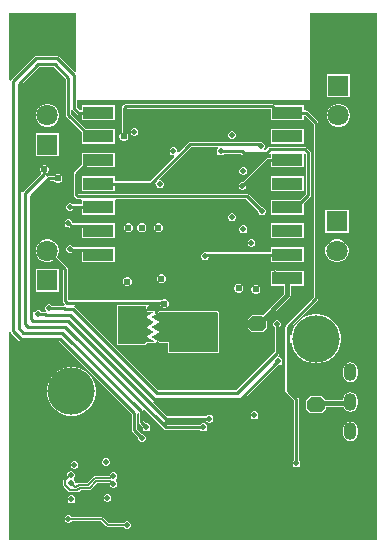
<source format=gbl>
G04*
G04 #@! TF.GenerationSoftware,Altium Limited,Altium Designer,23.4.1 (23)*
G04*
G04 Layer_Physical_Order=4*
G04 Layer_Color=16711680*
%FSLAX25Y25*%
%MOIN*%
G70*
G04*
G04 #@! TF.SameCoordinates,D0A82AA9-F4A3-43A1-B343-99984006E8F9*
G04*
G04*
G04 #@! TF.FilePolarity,Positive*
G04*
G01*
G75*
%ADD15C,0.01000*%
%ADD18C,0.00600*%
%ADD77C,0.01500*%
%ADD78C,0.00546*%
%ADD79C,0.07087*%
%ADD80R,0.07087X0.07087*%
%ADD81O,0.10236X0.04331*%
%ADD82O,0.08268X0.04331*%
%ADD83O,0.04331X0.05906*%
%ADD84C,0.15748*%
%ADD85C,0.01968*%
%ADD86C,0.02000*%
%ADD87C,0.02400*%
%ADD89R,0.10236X0.04331*%
G04:AMPARAMS|DCode=90|XSize=50mil|YSize=60mil|CornerRadius=0mil|HoleSize=0mil|Usage=FLASHONLY|Rotation=90.000|XOffset=0mil|YOffset=0mil|HoleType=Round|Shape=Octagon|*
%AMOCTAGOND90*
4,1,8,-0.03000,-0.01250,-0.03000,0.01250,-0.01750,0.02500,0.01750,0.02500,0.03000,0.01250,0.03000,-0.01250,0.01750,-0.02500,-0.01750,-0.02500,-0.03000,-0.01250,0.0*
%
%ADD90OCTAGOND90*%

%ADD91R,0.03937X0.09843*%
%ADD92R,0.11811X0.04921*%
G36*
X26000Y158635D02*
X25538Y158444D01*
X20405Y163577D01*
X20141Y163754D01*
X19828Y163816D01*
X19828Y163816D01*
X12672D01*
X12359Y163754D01*
X12095Y163577D01*
X12095Y163577D01*
X4423Y155905D01*
X4246Y155641D01*
X4240Y155608D01*
X3740Y155658D01*
Y177980D01*
X26000D01*
Y158635D01*
D02*
G37*
G36*
X126480Y2520D02*
X3740D01*
Y71842D01*
X4240Y71891D01*
X4246Y71859D01*
X4423Y71595D01*
X7095Y68923D01*
X7359Y68746D01*
X7672Y68684D01*
X7672Y68684D01*
X20334D01*
X44684Y44334D01*
Y39000D01*
X44684Y39000D01*
X44746Y38688D01*
X44923Y38423D01*
X46700Y36647D01*
Y36241D01*
X46898Y35764D01*
X47264Y35398D01*
X47741Y35200D01*
X48259D01*
X48736Y35398D01*
X49102Y35764D01*
X49300Y36241D01*
Y36759D01*
X49102Y37236D01*
X48736Y37602D01*
X48259Y37800D01*
X47853D01*
X46316Y39338D01*
Y44360D01*
X46816Y44660D01*
X46848Y44642D01*
Y41836D01*
X46848Y41836D01*
X46911Y41524D01*
X47087Y41259D01*
X48200Y40146D01*
Y39741D01*
X48398Y39264D01*
X48764Y38898D01*
X49241Y38700D01*
X49759D01*
X50236Y38898D01*
X50602Y39264D01*
X50800Y39741D01*
Y40259D01*
X50602Y40736D01*
X50236Y41102D01*
X49759Y41300D01*
X49354D01*
X48480Y42174D01*
Y45336D01*
X48480Y45336D01*
X48418Y45648D01*
X48270Y45870D01*
X48658Y46189D01*
X55423Y39423D01*
X55423Y39423D01*
X55688Y39246D01*
X56000Y39184D01*
X67477D01*
X67764Y38898D01*
X68241Y38700D01*
X68759D01*
X69236Y38898D01*
X69602Y39264D01*
X69800Y39741D01*
Y40259D01*
X69602Y40736D01*
X69236Y41102D01*
X68759Y41300D01*
X68241D01*
X67764Y41102D01*
X67477Y40816D01*
X56338D01*
X55479Y41675D01*
X55762Y42098D01*
X55952Y42061D01*
X55952Y42061D01*
X69477D01*
X69764Y41774D01*
X70241Y41576D01*
X70759D01*
X71236Y41774D01*
X71602Y42140D01*
X71800Y42618D01*
Y43135D01*
X71602Y43613D01*
X71236Y43978D01*
X70759Y44176D01*
X70241D01*
X69764Y43978D01*
X69477Y43692D01*
X56290D01*
X51760Y48222D01*
X51995Y48674D01*
X52005Y48684D01*
X81000D01*
X81000Y48684D01*
X81312Y48746D01*
X81577Y48923D01*
X93353Y60700D01*
X93759D01*
X94236Y60898D01*
X94602Y61264D01*
X94800Y61741D01*
Y62259D01*
X94602Y62736D01*
X94236Y63102D01*
X93759Y63300D01*
X93408D01*
X93172Y63771D01*
X93577Y64176D01*
X93577Y64176D01*
X93754Y64441D01*
X93816Y64753D01*
Y73477D01*
X94102Y73764D01*
X94300Y74241D01*
Y74759D01*
X94102Y75236D01*
X93736Y75602D01*
X93259Y75800D01*
X92741D01*
X92264Y75602D01*
X91898Y75236D01*
X91700Y74759D01*
Y74241D01*
X91898Y73764D01*
X92184Y73477D01*
Y65091D01*
X79409Y52316D01*
X53338D01*
X25577Y80077D01*
X25416Y80184D01*
X25515Y80684D01*
X39552D01*
X39675Y80500D01*
Y67779D01*
X39770Y67549D01*
X40000Y67454D01*
X48731D01*
X48961Y67549D01*
X49666Y68254D01*
X52362Y68254D01*
X52362Y68254D01*
X52409Y68274D01*
X52460Y68269D01*
X52520Y68319D01*
X52592Y68349D01*
X52611Y68396D01*
X52650Y68429D01*
X52878Y68585D01*
X53130Y68674D01*
X53156Y68676D01*
X53732Y68377D01*
X53732Y68279D01*
X54051Y68252D01*
X54091Y68268D01*
X54149Y68267D01*
X54163Y68279D01*
X56675D01*
Y65000D01*
X56770Y64770D01*
X57000Y64675D01*
X73500D01*
X73730Y64770D01*
X73825Y65000D01*
Y78000D01*
X73730Y78230D01*
X73230Y78730D01*
X73000Y78825D01*
X57000D01*
X56770Y78730D01*
X56767Y78721D01*
X54232D01*
X54150Y78721D01*
X54130Y78736D01*
X54079Y78734D01*
X54051Y78746D01*
X53732Y78721D01*
Y78608D01*
X52612Y77936D01*
X52247Y78271D01*
X52299Y78340D01*
X52293Y78382D01*
X52309Y78421D01*
X52276Y78501D01*
X52264Y78586D01*
X52230Y78611D01*
X52214Y78651D01*
X52135Y78684D01*
X52066Y78736D01*
X52024Y78730D01*
X51984Y78746D01*
X51984Y78746D01*
X51981Y78746D01*
X49828D01*
X49824Y80184D01*
X50228Y80662D01*
X50285Y80684D01*
X54111D01*
X54228Y80402D01*
X54650Y79980D01*
X55202Y79752D01*
X55798D01*
X56350Y79980D01*
X56772Y80402D01*
X57000Y80954D01*
Y81550D01*
X56772Y82102D01*
X56350Y82524D01*
X55798Y82752D01*
X55202D01*
X54650Y82524D01*
X54442Y82316D01*
X23424D01*
X23316Y82424D01*
Y92830D01*
X23254Y93142D01*
X23077Y93407D01*
X23077Y93407D01*
X19681Y96803D01*
X20026Y97401D01*
X20288Y98379D01*
Y99391D01*
X20026Y100368D01*
X19520Y101245D01*
X18805Y101960D01*
X17928Y102466D01*
X16951Y102728D01*
X15939D01*
X14961Y102466D01*
X14085Y101960D01*
X13370Y101245D01*
X12864Y100368D01*
X12602Y99391D01*
Y98379D01*
X12864Y97401D01*
X13370Y96525D01*
X14085Y95810D01*
X14961Y95304D01*
X15939Y95042D01*
X16951D01*
X17928Y95304D01*
X18527Y95649D01*
X21684Y92492D01*
Y82086D01*
X21684Y82086D01*
X21746Y81774D01*
X21923Y81509D01*
X22431Y81001D01*
X22147Y80578D01*
X21957Y80616D01*
X21957Y80616D01*
X18023D01*
X17736Y80902D01*
X17259Y81100D01*
X16741D01*
X16264Y80902D01*
X15898Y80536D01*
X15700Y80059D01*
Y79541D01*
X15898Y79064D01*
X15911Y79051D01*
X15859Y78824D01*
X15691Y78563D01*
X14575D01*
X14236Y78902D01*
X13759Y79100D01*
X13241D01*
X12764Y78902D01*
X12398Y78536D01*
X12316Y78338D01*
X11816Y78437D01*
Y116662D01*
X17338Y122184D01*
X18714D01*
X18728Y122150D01*
X19150Y121728D01*
X19702Y121500D01*
X20298D01*
X20850Y121728D01*
X21272Y122150D01*
X21500Y122702D01*
Y123298D01*
X21272Y123850D01*
X20850Y124272D01*
X20298Y124500D01*
X19702D01*
X19150Y124272D01*
X18728Y123850D01*
X18714Y123816D01*
X17000D01*
X16688Y123754D01*
X16423Y123577D01*
X16401Y123587D01*
X16094Y124029D01*
X16157Y124341D01*
Y124648D01*
X16350Y124728D01*
X16772Y125150D01*
X17000Y125702D01*
Y126298D01*
X16772Y126850D01*
X16350Y127272D01*
X15798Y127500D01*
X15202D01*
X14650Y127272D01*
X14228Y126850D01*
X14000Y126298D01*
Y125702D01*
X14228Y125150D01*
X14295Y125083D01*
Y124449D01*
X8423Y118577D01*
X8316Y118416D01*
X7816Y118515D01*
Y154162D01*
X13838Y160184D01*
X18662D01*
X22684Y156162D01*
Y144043D01*
X22684Y144043D01*
X22746Y143731D01*
X22923Y143466D01*
X28082Y138308D01*
Y134531D01*
X38918D01*
Y139461D01*
X29235D01*
X24316Y144381D01*
Y145738D01*
X24816Y145836D01*
X24923Y145675D01*
X26305Y144293D01*
X26305Y144293D01*
X26570Y144116D01*
X26882Y144054D01*
X26882Y144054D01*
X28082D01*
Y142405D01*
X38918D01*
Y147335D01*
X28082D01*
Y145686D01*
X27220D01*
X26316Y146590D01*
Y149000D01*
X104000D01*
Y177980D01*
X126480D01*
X126480Y2520D01*
D02*
G37*
G36*
X54051Y75112D02*
Y71962D01*
X51098Y73500D01*
X53940Y75170D01*
X51098Y76650D01*
X54051Y78421D01*
Y75112D01*
D02*
G37*
G36*
Y68576D02*
X51098Y70114D01*
X54051Y71849D01*
Y68576D01*
D02*
G37*
G36*
X49504Y78421D02*
X51984D01*
X49508Y76967D01*
X49510Y76363D01*
X51984Y75075D01*
X49518Y73626D01*
X49519Y73209D01*
X51984Y71925D01*
X49526Y70450D01*
X49527Y70055D01*
X52362Y68579D01*
X49531D01*
X48731Y67779D01*
X40000D01*
Y80500D01*
X49499D01*
X49504Y78421D01*
D02*
G37*
G36*
X73500Y78000D02*
Y65000D01*
X57000D01*
Y78500D01*
X73000D01*
X73500Y78000D01*
D02*
G37*
%LPC*%
G36*
X117343Y157686D02*
X109657D01*
Y149999D01*
X117343D01*
Y157686D01*
D02*
G37*
G36*
X114006Y147843D02*
X112994D01*
X112016Y147581D01*
X111140Y147075D01*
X110425Y146360D01*
X109919Y145484D01*
X109657Y144506D01*
Y143494D01*
X109919Y142517D01*
X110425Y141640D01*
X111140Y140925D01*
X112016Y140419D01*
X112994Y140157D01*
X114006D01*
X114983Y140419D01*
X115860Y140925D01*
X116575Y141640D01*
X117081Y142517D01*
X117343Y143494D01*
Y144506D01*
X117081Y145484D01*
X116575Y146360D01*
X115860Y147075D01*
X114983Y147581D01*
X114006Y147843D01*
D02*
G37*
G36*
X17006D02*
X15994D01*
X15017Y147581D01*
X14140Y147075D01*
X13425Y146360D01*
X12919Y145484D01*
X12657Y144506D01*
Y143494D01*
X12919Y142517D01*
X13425Y141640D01*
X14140Y140925D01*
X15017Y140419D01*
X15994Y140157D01*
X17006D01*
X17984Y140419D01*
X18860Y140925D01*
X19575Y141640D01*
X20081Y142517D01*
X20343Y143494D01*
Y144506D01*
X20081Y145484D01*
X19575Y146360D01*
X18860Y147075D01*
X17984Y147581D01*
X17006Y147843D01*
D02*
G37*
G36*
X45759Y139800D02*
X45241D01*
X44764Y139602D01*
X44398Y139236D01*
X44200Y138759D01*
Y138241D01*
X44398Y137764D01*
X44764Y137398D01*
X45241Y137200D01*
X45759D01*
X46236Y137398D01*
X46602Y137764D01*
X46800Y138241D01*
Y138759D01*
X46602Y139236D01*
X46236Y139602D01*
X45759Y139800D01*
D02*
G37*
G36*
X78259Y138800D02*
X77741D01*
X77264Y138602D01*
X76898Y138236D01*
X76700Y137759D01*
Y137241D01*
X76898Y136764D01*
X77264Y136398D01*
X77741Y136200D01*
X78259D01*
X78736Y136398D01*
X79102Y136764D01*
X79300Y137241D01*
Y137759D01*
X79102Y138236D01*
X78736Y138602D01*
X78259Y138800D01*
D02*
G37*
G36*
X87920Y135138D02*
X87403D01*
X87248Y135074D01*
X87038Y135116D01*
X87038Y135116D01*
X64047D01*
X63735Y135054D01*
X63471Y134877D01*
X63471Y134877D01*
X60269Y131675D01*
X59797Y131911D01*
Y132261D01*
X59599Y132739D01*
X59234Y133105D01*
X58756Y133303D01*
X58239D01*
X57761Y133105D01*
X57395Y132739D01*
X57197Y132261D01*
Y131744D01*
X57395Y131266D01*
X57761Y130901D01*
X58239Y130703D01*
X58589D01*
X58825Y130231D01*
X50657Y122064D01*
X38918D01*
Y123713D01*
X28082D01*
Y118783D01*
X38918D01*
Y120432D01*
X50995D01*
X50995Y120432D01*
X51307Y120494D01*
X51572Y120671D01*
X52229Y121328D01*
X52700Y121092D01*
Y120741D01*
X52898Y120264D01*
X53264Y119898D01*
X53741Y119700D01*
X54259D01*
X54736Y119898D01*
X55102Y120264D01*
X55300Y120741D01*
Y121259D01*
X55102Y121736D01*
X54736Y122102D01*
X54259Y122300D01*
X53908D01*
X53672Y122771D01*
X64385Y133484D01*
X73179D01*
X73346Y132984D01*
X73098Y132736D01*
X72900Y132259D01*
Y131741D01*
X73098Y131264D01*
X73464Y130898D01*
X73941Y130700D01*
X74459D01*
X74936Y130898D01*
X75223Y131184D01*
X81070D01*
X81292Y130962D01*
X81292Y130961D01*
X81557Y130785D01*
X81869Y130722D01*
X81869Y130723D01*
X89504D01*
X89504Y130722D01*
X89816Y130785D01*
X90080Y130961D01*
X90574Y131455D01*
X91074Y131248D01*
Y129938D01*
X90122D01*
X90122Y129938D01*
X89810Y129876D01*
X89545Y129699D01*
X81647Y121800D01*
X81241D01*
X80764Y121602D01*
X80398Y121236D01*
X80200Y120759D01*
Y120241D01*
X80398Y119764D01*
X80764Y119398D01*
X81241Y119200D01*
X81759D01*
X82236Y119398D01*
X82602Y119764D01*
X82800Y120241D01*
Y120647D01*
X90460Y128306D01*
X91074D01*
Y126657D01*
X101910D01*
Y131104D01*
X102383Y131313D01*
X102684Y131076D01*
Y117767D01*
X100757Y115839D01*
X91074D01*
Y110909D01*
X101910D01*
Y114686D01*
X104077Y116852D01*
X104077Y116852D01*
X104254Y117117D01*
X104316Y117429D01*
X104316Y117429D01*
Y131519D01*
X104316Y131519D01*
X104254Y131831D01*
X104077Y132096D01*
X104077Y132096D01*
X102808Y133364D01*
X102544Y133541D01*
X102232Y133603D01*
X102232Y133603D01*
X90753D01*
X90440Y133541D01*
X90176Y133364D01*
X90176Y133364D01*
X89166Y132354D01*
X88683D01*
X88516Y132854D01*
X88764Y133102D01*
X88962Y133580D01*
Y134097D01*
X88764Y134575D01*
X88398Y134940D01*
X87920Y135138D01*
D02*
G37*
G36*
X101910Y139461D02*
X91074D01*
Y134531D01*
X101910D01*
Y139461D01*
D02*
G37*
G36*
X20343Y138001D02*
X12657D01*
Y130314D01*
X20343D01*
Y138001D01*
D02*
G37*
G36*
X82059Y126769D02*
X81541D01*
X81064Y126571D01*
X80698Y126205D01*
X80500Y125727D01*
Y125210D01*
X80698Y124732D01*
X81064Y124366D01*
X81541Y124169D01*
X82059D01*
X82536Y124366D01*
X82902Y124732D01*
X83100Y125210D01*
Y125727D01*
X82902Y126205D01*
X82536Y126571D01*
X82059Y126769D01*
D02*
G37*
G36*
X101910Y123713D02*
X91074D01*
Y118783D01*
X101910D01*
Y123713D01*
D02*
G37*
G36*
X38918Y131587D02*
X28082D01*
Y127810D01*
X25423Y125152D01*
X25246Y124887D01*
X25184Y124575D01*
X25184Y124575D01*
Y117586D01*
X25184Y117586D01*
X25246Y117274D01*
X25423Y117009D01*
X26009Y116423D01*
X26009Y116423D01*
X26274Y116246D01*
X26586Y116184D01*
X27721D01*
X27721Y116184D01*
X27725Y116185D01*
X28082Y115777D01*
X28082Y115724D01*
Y114316D01*
X25023D01*
X24736Y114602D01*
X24259Y114800D01*
X23741D01*
X23264Y114602D01*
X22898Y114236D01*
X22700Y113759D01*
Y113241D01*
X22898Y112764D01*
X23264Y112398D01*
X23741Y112200D01*
X24259D01*
X24736Y112398D01*
X25023Y112684D01*
X28082D01*
Y110909D01*
X38918D01*
Y115724D01*
X38918Y115839D01*
X39197Y116224D01*
X82623D01*
X86700Y112146D01*
Y111741D01*
X86898Y111264D01*
X87264Y110898D01*
X87741Y110700D01*
X88259D01*
X88736Y110898D01*
X89102Y111264D01*
X89300Y111741D01*
Y112259D01*
X89102Y112736D01*
X88736Y113102D01*
X88259Y113300D01*
X87853D01*
X83537Y117616D01*
X83273Y117793D01*
X82961Y117855D01*
X82961Y117855D01*
X27761D01*
X27563Y117816D01*
X26924D01*
X26816Y117924D01*
Y124237D01*
X29235Y126657D01*
X38918D01*
Y131587D01*
D02*
G37*
G36*
X78259Y111300D02*
X77741D01*
X77264Y111102D01*
X76898Y110736D01*
X76700Y110259D01*
Y109741D01*
X76898Y109264D01*
X77264Y108898D01*
X77741Y108700D01*
X78259D01*
X78736Y108898D01*
X79102Y109264D01*
X79300Y109741D01*
Y110259D01*
X79102Y110736D01*
X78736Y111102D01*
X78259Y111300D01*
D02*
G37*
G36*
X53798Y108000D02*
X53202D01*
X52650Y107772D01*
X52228Y107350D01*
X52000Y106798D01*
Y106202D01*
X52228Y105650D01*
X52650Y105228D01*
X53202Y105000D01*
X53798D01*
X54350Y105228D01*
X54772Y105650D01*
X55000Y106202D01*
Y106798D01*
X54772Y107350D01*
X54350Y107772D01*
X53798Y108000D01*
D02*
G37*
G36*
X48298D02*
X47702D01*
X47150Y107772D01*
X46728Y107350D01*
X46500Y106798D01*
Y106202D01*
X46728Y105650D01*
X47150Y105228D01*
X47702Y105000D01*
X48298D01*
X48850Y105228D01*
X49272Y105650D01*
X49500Y106202D01*
Y106798D01*
X49272Y107350D01*
X48850Y107772D01*
X48298Y108000D01*
D02*
G37*
G36*
X43798D02*
X43202D01*
X42650Y107772D01*
X42228Y107350D01*
X42000Y106798D01*
Y106202D01*
X42228Y105650D01*
X42650Y105228D01*
X43202Y105000D01*
X43798D01*
X44350Y105228D01*
X44772Y105650D01*
X45000Y106202D01*
Y106798D01*
X44772Y107350D01*
X44350Y107772D01*
X43798Y108000D01*
D02*
G37*
G36*
X116843Y112571D02*
X109157D01*
Y104884D01*
X116843D01*
Y112571D01*
D02*
G37*
G36*
X82059Y107300D02*
X81541D01*
X81064Y107102D01*
X80698Y106736D01*
X80500Y106259D01*
Y105741D01*
X80698Y105264D01*
X81064Y104898D01*
X81541Y104700D01*
X82059D01*
X82536Y104898D01*
X82902Y105264D01*
X83100Y105741D01*
Y106259D01*
X82902Y106736D01*
X82536Y107102D01*
X82059Y107300D01*
D02*
G37*
G36*
X101910Y107965D02*
X91074D01*
Y103035D01*
X101910D01*
Y107965D01*
D02*
G37*
G36*
X23759Y109300D02*
X23241D01*
X22764Y109102D01*
X22398Y108736D01*
X22200Y108259D01*
Y107741D01*
X22398Y107264D01*
X22764Y106898D01*
X23241Y106700D01*
X23759D01*
X23794Y106715D01*
X23920Y106589D01*
X24185Y106412D01*
X24497Y106350D01*
X24497Y106350D01*
X28082D01*
Y103035D01*
X38918D01*
Y107965D01*
X31914D01*
X31835Y107981D01*
X31835Y107981D01*
X24835D01*
X24800Y108016D01*
Y108259D01*
X24602Y108736D01*
X24236Y109102D01*
X23759Y109300D01*
D02*
G37*
G36*
X84759Y102800D02*
X84241D01*
X83764Y102602D01*
X83398Y102236D01*
X83200Y101759D01*
Y101241D01*
X83398Y100764D01*
X83764Y100398D01*
X84241Y100200D01*
X84759D01*
X85236Y100398D01*
X85602Y100764D01*
X85800Y101241D01*
Y101759D01*
X85602Y102236D01*
X85236Y102602D01*
X84759Y102800D01*
D02*
G37*
G36*
X101910Y100091D02*
X91074D01*
Y98442D01*
X69788D01*
X69476Y98380D01*
X69319Y98275D01*
X69259Y98300D01*
X68741D01*
X68264Y98102D01*
X67898Y97736D01*
X67700Y97259D01*
Y96741D01*
X67898Y96264D01*
X68264Y95898D01*
X68741Y95700D01*
X69259D01*
X69736Y95898D01*
X70102Y96264D01*
X70300Y96741D01*
Y96810D01*
X91074D01*
Y95161D01*
X101910D01*
Y100091D01*
D02*
G37*
G36*
X24259Y100800D02*
X23741D01*
X23264Y100602D01*
X22898Y100236D01*
X22700Y99759D01*
Y99241D01*
X22898Y98764D01*
X23264Y98398D01*
X23741Y98200D01*
X24259D01*
X24736Y98398D01*
X24814Y98476D01*
X28082D01*
Y95161D01*
X38918D01*
Y100091D01*
X31914D01*
X31835Y100107D01*
X31835Y100107D01*
X25156D01*
X25102Y100236D01*
X24736Y100602D01*
X24259Y100800D01*
D02*
G37*
G36*
X113506Y102728D02*
X112494D01*
X111516Y102466D01*
X110640Y101960D01*
X109925Y101245D01*
X109419Y100368D01*
X109157Y99391D01*
Y98379D01*
X109419Y97401D01*
X109925Y96525D01*
X110640Y95810D01*
X111516Y95304D01*
X112494Y95042D01*
X113506D01*
X114483Y95304D01*
X115360Y95810D01*
X116075Y96525D01*
X116581Y97401D01*
X116843Y98379D01*
Y99391D01*
X116581Y100368D01*
X116075Y101245D01*
X115360Y101960D01*
X114483Y102466D01*
X113506Y102728D01*
D02*
G37*
G36*
X54798Y91000D02*
X54202D01*
X53650Y90772D01*
X53228Y90350D01*
X53000Y89798D01*
Y89202D01*
X53228Y88650D01*
X53650Y88228D01*
X54202Y88000D01*
X54798D01*
X55350Y88228D01*
X55772Y88650D01*
X56000Y89202D01*
Y89798D01*
X55772Y90350D01*
X55350Y90772D01*
X54798Y91000D01*
D02*
G37*
G36*
X43380Y90081D02*
X42783D01*
X42232Y89853D01*
X41810Y89431D01*
X41581Y88880D01*
Y88283D01*
X41810Y87732D01*
X42232Y87310D01*
X42783Y87081D01*
X43380D01*
X43931Y87310D01*
X44353Y87732D01*
X44581Y88283D01*
Y88880D01*
X44353Y89431D01*
X43931Y89853D01*
X43380Y90081D01*
D02*
G37*
G36*
X20288Y92886D02*
X12602D01*
Y85199D01*
X20288D01*
Y92886D01*
D02*
G37*
G36*
X80598Y87938D02*
X80002D01*
X79450Y87709D01*
X79028Y87287D01*
X78800Y86736D01*
Y86139D01*
X79028Y85588D01*
X79450Y85166D01*
X80002Y84938D01*
X80598D01*
X81150Y85166D01*
X81572Y85588D01*
X81800Y86139D01*
Y86736D01*
X81572Y87287D01*
X81150Y87709D01*
X80598Y87938D01*
D02*
G37*
G36*
X86298Y87500D02*
X85702D01*
X85150Y87272D01*
X84728Y86850D01*
X84500Y86298D01*
Y85702D01*
X84728Y85150D01*
X85150Y84728D01*
X85702Y84500D01*
X86298D01*
X86850Y84728D01*
X87272Y85150D01*
X87500Y85702D01*
Y86298D01*
X87272Y86850D01*
X86850Y87272D01*
X86298Y87500D01*
D02*
G37*
G36*
X92759Y92300D02*
X92241D01*
X92042Y92217D01*
X91074D01*
Y87287D01*
X95422D01*
Y84475D01*
X88286Y77339D01*
X84600D01*
X83200Y75939D01*
Y73139D01*
X84600Y71739D01*
X88400D01*
X89800Y73139D01*
Y75825D01*
X97249Y83275D01*
X97481Y83622D01*
X97563Y84031D01*
Y87287D01*
X101910D01*
Y92217D01*
X92958D01*
X92759Y92300D01*
D02*
G37*
G36*
X91409Y147816D02*
X91409Y147816D01*
X42586D01*
X42274Y147754D01*
X42009Y147577D01*
X42009Y147577D01*
X41423Y146991D01*
X41246Y146726D01*
X41184Y146414D01*
X41184Y146414D01*
Y138306D01*
X41150Y138292D01*
X40728Y137870D01*
X40500Y137319D01*
Y136722D01*
X40728Y136171D01*
X41150Y135749D01*
X41702Y135521D01*
X42298D01*
X42850Y135749D01*
X43272Y136171D01*
X43500Y136722D01*
Y137319D01*
X43272Y137870D01*
X42850Y138292D01*
X42816Y138306D01*
Y146076D01*
X42924Y146184D01*
X91072D01*
X91074Y146182D01*
Y142405D01*
X101910D01*
Y143769D01*
X102410Y143936D01*
X105184Y141162D01*
Y83338D01*
X96049Y74203D01*
X95872Y73938D01*
X95810Y73626D01*
X95810Y73626D01*
Y52210D01*
X95810Y52210D01*
X95872Y51898D01*
X96049Y51633D01*
X98684Y48998D01*
Y29023D01*
X98398Y28736D01*
X98200Y28259D01*
Y27741D01*
X98398Y27264D01*
X98764Y26898D01*
X99241Y26700D01*
X99759D01*
X100236Y26898D01*
X100602Y27264D01*
X100800Y27741D01*
Y28259D01*
X100602Y28736D01*
X100316Y29023D01*
Y49336D01*
X100316Y49336D01*
X100254Y49648D01*
X100077Y49912D01*
X100077Y49912D01*
X97442Y52548D01*
Y68064D01*
X97942Y68113D01*
X98140Y67116D01*
X98756Y65628D01*
X99651Y64289D01*
X100789Y63151D01*
X102128Y62256D01*
X103616Y61640D01*
X105195Y61326D01*
X106805D01*
X108384Y61640D01*
X109872Y62256D01*
X111211Y63151D01*
X112349Y64289D01*
X113244Y65628D01*
X113860Y67116D01*
X114174Y68695D01*
Y70305D01*
X113860Y71884D01*
X113244Y73372D01*
X112349Y74711D01*
X111211Y75849D01*
X109872Y76744D01*
X108384Y77360D01*
X106805Y77674D01*
X105195D01*
X103616Y77360D01*
X102128Y76744D01*
X100789Y75849D01*
X99651Y74711D01*
X98756Y73372D01*
X98140Y71884D01*
X97942Y70886D01*
X97442Y70936D01*
Y73288D01*
X106577Y82423D01*
X106577Y82423D01*
X106754Y82688D01*
X106816Y83000D01*
X106816Y83000D01*
Y141500D01*
X106754Y141812D01*
X106577Y142077D01*
X106577Y142077D01*
X103207Y145447D01*
X102942Y145624D01*
X102630Y145686D01*
X102630Y145686D01*
X101910D01*
Y147335D01*
X92228D01*
X91986Y147577D01*
X91722Y147754D01*
X91409Y147816D01*
D02*
G37*
G36*
X117500Y61644D02*
X116538Y61452D01*
X115723Y60907D01*
X115178Y60092D01*
X114986Y59130D01*
Y57555D01*
X115178Y56593D01*
X115723Y55778D01*
X116538Y55233D01*
X117500Y55041D01*
X118462Y55233D01*
X119277Y55778D01*
X119822Y56593D01*
X120014Y57555D01*
Y59130D01*
X119822Y60092D01*
X119277Y60907D01*
X118462Y61452D01*
X117500Y61644D01*
D02*
G37*
G36*
Y51801D02*
X116538Y51610D01*
X115723Y51065D01*
X115178Y50249D01*
X114986Y49287D01*
Y49090D01*
X109149D01*
X107900Y50339D01*
X104100D01*
X102700Y48939D01*
Y46139D01*
X104100Y44739D01*
X107900D01*
X109300Y46139D01*
Y46949D01*
X115138D01*
X115178Y46751D01*
X115723Y45935D01*
X116538Y45390D01*
X117500Y45199D01*
X118462Y45390D01*
X119277Y45935D01*
X119822Y46751D01*
X120014Y47713D01*
Y49287D01*
X119822Y50249D01*
X119277Y51065D01*
X118462Y51610D01*
X117500Y51801D01*
D02*
G37*
G36*
X25305Y60174D02*
X23695D01*
X22116Y59860D01*
X20628Y59244D01*
X19289Y58349D01*
X18151Y57211D01*
X17256Y55872D01*
X16640Y54384D01*
X16326Y52805D01*
Y51195D01*
X16640Y49616D01*
X17256Y48128D01*
X18151Y46789D01*
X19289Y45651D01*
X20628Y44756D01*
X22116Y44140D01*
X23695Y43826D01*
X25305D01*
X26884Y44140D01*
X28372Y44756D01*
X29711Y45651D01*
X30849Y46789D01*
X31744Y48128D01*
X32360Y49616D01*
X32674Y51195D01*
Y52805D01*
X32360Y54384D01*
X31744Y55872D01*
X30849Y57211D01*
X29711Y58349D01*
X28372Y59244D01*
X26884Y59860D01*
X25305Y60174D01*
D02*
G37*
G36*
X85759Y45300D02*
X85241D01*
X84764Y45102D01*
X84398Y44736D01*
X84200Y44259D01*
Y43741D01*
X84398Y43264D01*
X84764Y42898D01*
X85241Y42700D01*
X85759D01*
X86236Y42898D01*
X86602Y43264D01*
X86800Y43741D01*
Y44259D01*
X86602Y44736D01*
X86236Y45102D01*
X85759Y45300D01*
D02*
G37*
G36*
X117500Y41958D02*
X116538Y41767D01*
X115723Y41222D01*
X115178Y40407D01*
X114986Y39445D01*
Y37870D01*
X115178Y36908D01*
X115723Y36093D01*
X116538Y35548D01*
X117500Y35356D01*
X118462Y35548D01*
X119277Y36093D01*
X119822Y36908D01*
X120014Y37870D01*
Y39445D01*
X119822Y40407D01*
X119277Y41222D01*
X118462Y41767D01*
X117500Y41958D01*
D02*
G37*
G36*
X36293Y29837D02*
X35776D01*
X35298Y29639D01*
X34933Y29273D01*
X34735Y28796D01*
Y28278D01*
X34933Y27801D01*
X35298Y27435D01*
X35776Y27237D01*
X36293D01*
X36771Y27435D01*
X37137Y27801D01*
X37335Y28278D01*
Y28796D01*
X37137Y29273D01*
X36771Y29639D01*
X36293Y29837D01*
D02*
G37*
G36*
X25759Y28800D02*
X25241D01*
X24764Y28602D01*
X24398Y28236D01*
X24200Y27759D01*
Y27241D01*
X24398Y26764D01*
X24764Y26398D01*
X25241Y26200D01*
X25759D01*
X26236Y26398D01*
X26602Y26764D01*
X26800Y27241D01*
Y27759D01*
X26602Y28236D01*
X26236Y28602D01*
X25759Y28800D01*
D02*
G37*
G36*
X24524Y25389D02*
X24007D01*
X23529Y25192D01*
X23163Y24826D01*
X22965Y24348D01*
Y23831D01*
X22982Y23791D01*
X21989Y22797D01*
X21807Y22359D01*
Y20641D01*
X21989Y20203D01*
X23595Y18597D01*
X24033Y18415D01*
X26494D01*
X26932Y18597D01*
X27593Y19258D01*
X30591D01*
X31030Y19439D01*
X32947Y21357D01*
X37181D01*
X37200Y21338D01*
Y20941D01*
X37398Y20464D01*
X37764Y20098D01*
X38241Y19900D01*
X38759D01*
X39236Y20098D01*
X39602Y20464D01*
X39800Y20941D01*
Y21459D01*
X39602Y21936D01*
X39339Y22199D01*
X39277Y22500D01*
X39339Y22801D01*
X39602Y23064D01*
X39800Y23541D01*
Y24059D01*
X39602Y24536D01*
X39236Y24902D01*
X38759Y25100D01*
X38241D01*
X37764Y24902D01*
X37398Y24536D01*
X37200Y24059D01*
Y23662D01*
X37181Y23643D01*
X32257D01*
X31819Y23461D01*
X29901Y21544D01*
X26903D01*
X26465Y21362D01*
X26269Y21166D01*
X25800Y21405D01*
Y21759D01*
X25602Y22236D01*
X25253Y22585D01*
X25235Y22614D01*
X25181Y23166D01*
X25368Y23353D01*
X25565Y23831D01*
Y24348D01*
X25368Y24826D01*
X25002Y25192D01*
X24524Y25389D01*
D02*
G37*
G36*
X36759Y17800D02*
X36241D01*
X35764Y17602D01*
X35398Y17236D01*
X35200Y16759D01*
Y16241D01*
X35398Y15764D01*
X35764Y15398D01*
X36241Y15200D01*
X36759D01*
X37236Y15398D01*
X37602Y15764D01*
X37800Y16241D01*
Y16759D01*
X37602Y17236D01*
X37236Y17602D01*
X36759Y17800D01*
D02*
G37*
G36*
X24759Y17300D02*
X24241D01*
X23764Y17102D01*
X23398Y16736D01*
X23200Y16259D01*
Y15741D01*
X23398Y15264D01*
X23764Y14898D01*
X24241Y14700D01*
X24759D01*
X25236Y14898D01*
X25602Y15264D01*
X25800Y15741D01*
Y16259D01*
X25602Y16736D01*
X25236Y17102D01*
X24759Y17300D01*
D02*
G37*
G36*
X23759Y10800D02*
X23241D01*
X22764Y10602D01*
X22398Y10236D01*
X22200Y9759D01*
Y9241D01*
X22398Y8764D01*
X22764Y8398D01*
X23241Y8200D01*
X23759D01*
X24236Y8398D01*
X24602Y8764D01*
X24638Y8851D01*
X34337D01*
X36146Y7041D01*
X36606Y6851D01*
X41862D01*
X41898Y6764D01*
X42264Y6398D01*
X42741Y6200D01*
X43259D01*
X43736Y6398D01*
X44102Y6764D01*
X44300Y7241D01*
Y7759D01*
X44102Y8236D01*
X43736Y8602D01*
X43259Y8800D01*
X42741D01*
X42264Y8602D01*
X41898Y8236D01*
X41862Y8149D01*
X36874D01*
X35065Y9959D01*
X34606Y10149D01*
X24638D01*
X24602Y10236D01*
X24236Y10602D01*
X23759Y10800D01*
D02*
G37*
%LPD*%
D15*
X55252Y81500D02*
X55500Y81252D01*
X23086Y81500D02*
X55252D01*
X25000Y79500D02*
X53000Y51500D01*
X22257Y79500D02*
X25000D01*
X53000Y51500D02*
X79747D01*
X16047Y77500D02*
X24000D01*
X52000Y49500D02*
X81000D01*
X24000Y77500D02*
X52000Y49500D01*
X74200Y132000D02*
X81407D01*
X81500Y120500D02*
X90122Y129122D01*
X50995Y121248D02*
X64047Y134300D01*
X87038D01*
X87499Y133838D01*
X33500Y121248D02*
X50995D01*
X87499Y133838D02*
X87662D01*
X81869Y131538D02*
X89504D01*
X90753Y132787D02*
X102232D01*
X103500Y117429D02*
Y131519D01*
X102232Y132787D02*
X103500Y131519D01*
X89504Y131538D02*
X90753Y132787D01*
X81407Y132000D02*
X81869Y131538D01*
X26000Y117586D02*
Y124575D01*
X82961Y117039D02*
X88000Y112000D01*
X27761Y117039D02*
X82961D01*
X27721Y117000D02*
X27761Y117039D01*
X26586Y117000D02*
X27721D01*
X26000Y117586D02*
X26586Y117000D01*
X30547Y129122D02*
X33500D01*
X26000Y124575D02*
X30547Y129122D01*
X23328Y75500D02*
X55952Y42876D01*
X70500D01*
X9914Y73500D02*
X22500D01*
X56000Y40000D01*
X68500D01*
X11586Y75500D02*
X23328D01*
X47664Y41836D02*
Y45336D01*
X45500Y39000D02*
Y44672D01*
X8500Y71500D02*
X21500D01*
X47664Y45336D01*
X20672Y69500D02*
X45500Y44672D01*
X7672Y69500D02*
X20672D01*
X47664Y41836D02*
X49500Y40000D01*
X45500Y39000D02*
X48000Y36500D01*
X15800Y77747D02*
X16047Y77500D01*
X13553Y77747D02*
X15800D01*
X11000Y76086D02*
X11586Y75500D01*
X11000Y76086D02*
Y117000D01*
X9000Y74414D02*
Y118000D01*
X13500Y77800D02*
X13553Y77747D01*
X9000Y74414D02*
X9914Y73500D01*
X7000Y73000D02*
X8500Y71500D01*
X5000Y72172D02*
X7672Y69500D01*
X5000Y72172D02*
Y155328D01*
X7000Y73000D02*
Y154500D01*
X5000Y155328D02*
X12672Y163000D01*
X7000Y154500D02*
X13500Y161000D01*
X12672Y163000D02*
X19828D01*
X13500Y161000D02*
X19000D01*
X19828Y163000D02*
X25500Y157328D01*
X19000Y161000D02*
X23500Y156500D01*
Y144043D02*
Y156500D01*
Y144043D02*
X30547Y136996D01*
X26882Y144870D02*
X33500D01*
X25500Y146252D02*
X26882Y144870D01*
X25500Y146252D02*
Y157328D01*
X30547Y136996D02*
X33500D01*
X9000Y118000D02*
X15341Y124341D01*
X11000Y117000D02*
X17000Y123000D01*
X15341Y125841D02*
X15500Y126000D01*
X15341Y124341D02*
Y125841D01*
X17000Y123000D02*
X20000D01*
X42586Y147000D02*
X91409D01*
X42000Y137021D02*
Y146414D01*
X42586Y147000D01*
X69788Y97626D02*
X96492D01*
X69162Y97000D02*
X69788Y97626D01*
X69000Y97000D02*
X69162D01*
X99445Y113374D02*
X103500Y117429D01*
X96492Y113374D02*
X99445D01*
X90122Y129122D02*
X96492D01*
X99500Y28000D02*
Y49336D01*
X96626Y52210D02*
X99500Y49336D01*
X96626Y52210D02*
Y73626D01*
X106000Y83000D01*
Y141500D01*
X96492Y144870D02*
X102630D01*
X106000Y141500D01*
X93748Y89752D02*
X96492D01*
X92500Y91000D02*
X93748Y89752D01*
X17000Y79800D02*
X21957D01*
X22500Y82086D02*
X23086Y81500D01*
X22500Y82086D02*
Y92830D01*
X21957Y79800D02*
X22257Y79500D01*
X93000Y64753D02*
Y74500D01*
X79747Y51500D02*
X93000Y64753D01*
X81000Y49500D02*
X93500Y62000D01*
X93539Y144870D02*
X96492D01*
X91409Y147000D02*
X93539Y144870D01*
X16445Y98885D02*
X22500Y92830D01*
X24371Y99291D02*
X31835D01*
X24162Y99500D02*
X24371Y99291D01*
X31835D02*
X33500Y97626D01*
X24000Y99500D02*
X24162D01*
X33374Y97500D02*
X33500Y97626D01*
X31835Y107165D02*
X33500Y105500D01*
X24497Y107165D02*
X31835D01*
X23662Y108000D02*
X24497Y107165D01*
X23500Y108000D02*
X23662D01*
X33374Y113500D02*
X33500Y113374D01*
X24000Y113500D02*
X33374D01*
D18*
X23500Y9500D02*
X34606D01*
X36606Y7500D01*
X43000D01*
D77*
X106000Y47539D02*
X106480Y48020D01*
X117020D01*
X117500Y48500D01*
X86500Y74539D02*
X87000D01*
X96492Y84031D01*
Y89752D01*
D78*
X26494Y19035D02*
X27336Y19878D01*
X30591D02*
X32691Y21977D01*
X27336Y19878D02*
X30591D01*
X30158Y20924D02*
X32257Y23023D01*
X26903Y20924D02*
X30158D01*
X26061Y20081D02*
X26903Y20924D01*
X24500Y21215D02*
Y21500D01*
X24158Y24089D02*
X24265D01*
X25223Y20467D02*
Y20492D01*
X22427Y20641D02*
X24033Y19035D01*
X26494D01*
X22427Y20641D02*
Y22359D01*
X25609Y20081D02*
X26061D01*
X25223Y20467D02*
X25609Y20081D01*
X24500Y21215D02*
X25223Y20492D01*
X22427Y22359D02*
X24158Y24089D01*
X32257Y23023D02*
X37438D01*
X38215Y23800D01*
X38500D01*
X32691Y21977D02*
X37438D01*
X38215Y21200D01*
X38500D01*
D79*
X16445Y108728D02*
D03*
Y98885D02*
D03*
X16500Y144000D02*
D03*
Y153842D02*
D03*
X113000Y98885D02*
D03*
Y89043D02*
D03*
X113500Y134158D02*
D03*
Y144000D02*
D03*
D80*
X16445Y89043D02*
D03*
X16500Y134158D02*
D03*
X113000Y108728D02*
D03*
X113500Y153842D02*
D03*
D81*
X10642Y5492D02*
D03*
Y39508D02*
D03*
D82*
X31744Y5492D02*
D03*
Y39508D02*
D03*
D83*
X117500Y58343D02*
D03*
Y48500D02*
D03*
Y38658D02*
D03*
D84*
X24500Y52000D02*
D03*
X106000Y69500D02*
D03*
D85*
X75563Y69831D02*
D03*
X79894Y65500D02*
D03*
X75563D02*
D03*
X79894Y61169D02*
D03*
X75563D02*
D03*
X79894Y69831D02*
D03*
D86*
X66885Y68115D02*
D03*
X61385Y75615D02*
D03*
Y72615D02*
D03*
Y69615D02*
D03*
X67000Y60500D02*
D03*
X72422Y123175D02*
D03*
X63000Y96500D02*
D03*
X81800Y106000D02*
D03*
Y125469D02*
D03*
X74200Y132000D02*
D03*
X28240Y34705D02*
D03*
X85500Y44000D02*
D03*
X124000Y6000D02*
D03*
Y40100D02*
D03*
Y74200D02*
D03*
Y108300D02*
D03*
Y142400D02*
D03*
X6000Y176500D02*
D03*
X15000D02*
D03*
X24000D02*
D03*
X124000D02*
D03*
X115500D02*
D03*
X106500D02*
D03*
X58497Y132003D02*
D03*
X87662Y133838D02*
D03*
X88000Y112000D02*
D03*
X13500Y77800D02*
D03*
X48000Y36500D02*
D03*
X49500Y40000D02*
D03*
X68500D02*
D03*
X47000Y85500D02*
D03*
X45500Y138500D02*
D03*
X54000Y121000D02*
D03*
X69000Y97000D02*
D03*
X81500Y120500D02*
D03*
X99500Y28000D02*
D03*
X99000Y90000D02*
D03*
X92500Y91000D02*
D03*
X84500Y101500D02*
D03*
X24500Y21500D02*
D03*
X24265Y24089D02*
D03*
X38500Y23800D02*
D03*
Y21200D02*
D03*
X24500Y16000D02*
D03*
X23500Y9500D02*
D03*
X36035Y28537D02*
D03*
X25500Y27500D02*
D03*
X17000Y79800D02*
D03*
X93000Y74500D02*
D03*
X93500Y62000D02*
D03*
X78000Y137500D02*
D03*
Y110000D02*
D03*
X70500Y42876D02*
D03*
X24000Y99500D02*
D03*
X23500Y108000D02*
D03*
X24000Y113500D02*
D03*
X47000Y93000D02*
D03*
X43000Y7500D02*
D03*
X36500Y34500D02*
D03*
Y16500D02*
D03*
Y11000D02*
D03*
D87*
X44000Y79000D02*
D03*
X44078Y71078D02*
D03*
X44000Y75000D02*
D03*
X55500Y81252D02*
D03*
X54500Y89500D02*
D03*
X42000Y137021D02*
D03*
X20000Y123000D02*
D03*
X15500Y126000D02*
D03*
X43081Y88581D02*
D03*
X29000Y85000D02*
D03*
X53500Y106500D02*
D03*
X43500D02*
D03*
X48000D02*
D03*
X80300Y86438D02*
D03*
X86000Y86000D02*
D03*
D89*
X96492Y97626D02*
D03*
Y105500D02*
D03*
Y113374D02*
D03*
Y121248D02*
D03*
Y129122D02*
D03*
Y136996D02*
D03*
Y144870D02*
D03*
X33500D02*
D03*
Y136996D02*
D03*
Y129122D02*
D03*
Y121248D02*
D03*
Y113374D02*
D03*
Y105500D02*
D03*
Y97626D02*
D03*
Y89752D02*
D03*
X96492D02*
D03*
D90*
X86500Y74539D02*
D03*
X106000Y47539D02*
D03*
Y30539D02*
D03*
D91*
X47102Y73500D02*
D03*
X56000D02*
D03*
D92*
X66500Y58579D02*
D03*
Y68421D02*
D03*
M02*

</source>
